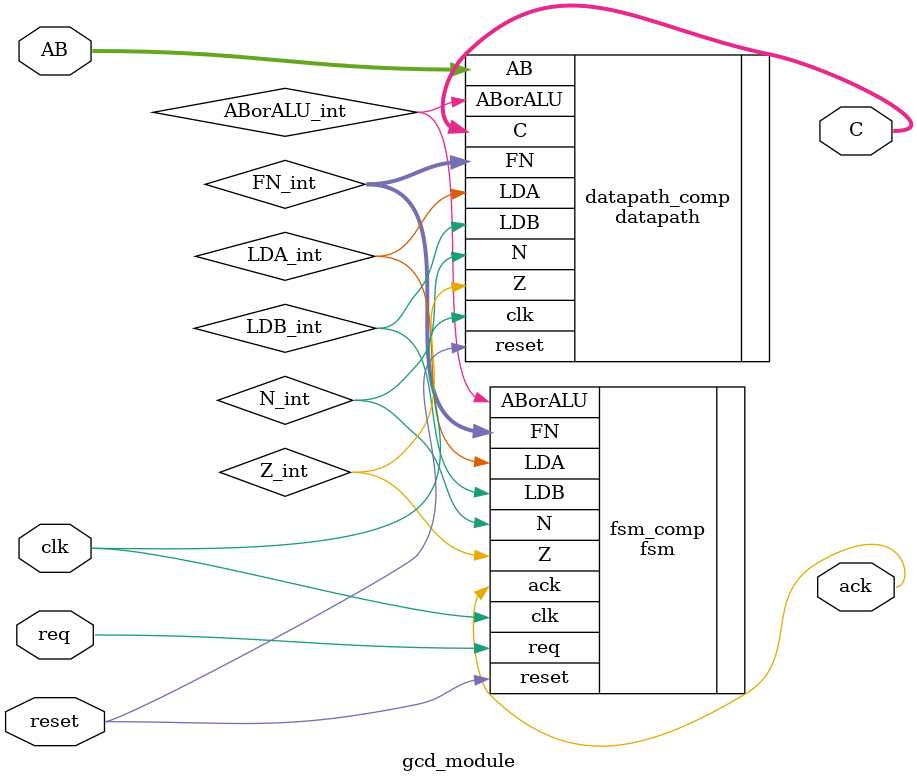
<source format=v>

`default_nettype none

module gcd_module
    (
        input wire        reset,
        input wire        clk,

        input wire        req,
        input wire [15:0] AB,

        output wire        ack,
        output wire [15:0] C
    );

    wire        ABorALU_int, LDA_int, LDB_int, N_int, Z_int;
    wire [1:0]  FN_int;

    fsm fsm_comp (
        .clk(clk),
        .reset(reset),
        
        .req(req),
        .ack(ack),

        .ABorALU(ABorALU_int),
        .LDA(LDA_int),
        .LDB(LDB_int),
        .N(N_int),
        .Z(Z_int),

        .FN(FN_int)
    );

    datapath datapath_comp (
        .clk(clk),
        .reset(reset),

        .AB(AB),
        .C(C),

        .ABorALU(ABorALU_int),
        .LDA(LDA_int),
        .LDB(LDB_int),

        .N(N_int),
        .Z(Z_int),
        
        .FN(FN_int)
    );

endmodule
</source>
